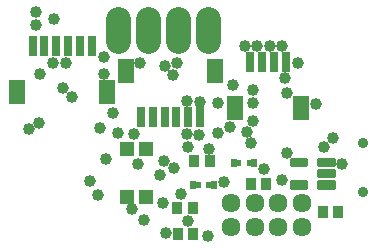
<source format=gbr>
G04 EAGLE Gerber RS-274X export*
G75*
%MOMM*%
%FSLAX34Y34*%
%LPD*%
%INSoldermask Top*%
%IPPOS*%
%AMOC8*
5,1,8,0,0,1.08239X$1,22.5*%
G01*
%ADD10C,2.082800*%
%ADD11R,0.553200X0.553200*%
%ADD12R,0.375000X0.350000*%
%ADD13R,0.500000X0.800000*%
%ADD14R,0.350000X0.350000*%
%ADD15C,0.344606*%
%ADD16R,0.803200X1.703200*%
%ADD17R,1.403200X2.003200*%
%ADD18C,1.611200*%
%ADD19R,1.203200X1.203200*%
%ADD20R,0.903200X1.103200*%
%ADD21C,0.903200*%
%ADD22C,1.009600*%


D10*
X368204Y429793D02*
X368204Y448589D01*
X393604Y448589D02*
X393604Y429793D01*
X419004Y429793D02*
X419004Y448589D01*
X444404Y448589D02*
X444404Y429793D01*
D11*
X435164Y308491D03*
X445164Y308491D03*
D12*
X445289Y308491D03*
D13*
X448914Y308491D03*
X431414Y308491D03*
D14*
X435164Y308491D03*
D11*
X479505Y327134D03*
X469505Y327134D03*
D12*
X469380Y327134D03*
D13*
X465755Y327134D03*
X483255Y327134D03*
D14*
X479505Y327134D03*
D15*
X538185Y310371D02*
X550671Y310371D01*
X550671Y305985D01*
X538185Y305985D01*
X538185Y310371D01*
X538185Y309259D02*
X550671Y309259D01*
X550671Y319871D02*
X538185Y319871D01*
X550671Y319871D02*
X550671Y315485D01*
X538185Y315485D01*
X538185Y319871D01*
X538185Y318759D02*
X550671Y318759D01*
X550671Y329371D02*
X538185Y329371D01*
X550671Y329371D02*
X550671Y324985D01*
X538185Y324985D01*
X538185Y329371D01*
X538185Y328259D02*
X550671Y328259D01*
X527371Y329371D02*
X514885Y329371D01*
X527371Y329371D02*
X527371Y324985D01*
X514885Y324985D01*
X514885Y329371D01*
X514885Y328259D02*
X527371Y328259D01*
X527371Y310371D02*
X514885Y310371D01*
X527371Y310371D02*
X527371Y305985D01*
X514885Y305985D01*
X514885Y310371D01*
X514885Y309259D02*
X527371Y309259D01*
D16*
X295543Y425972D03*
X305543Y425972D03*
X315543Y425972D03*
X325543Y425972D03*
X335543Y425972D03*
X345543Y425972D03*
D17*
X282543Y386972D03*
X358543Y386972D03*
D16*
X479751Y412369D03*
X489751Y412369D03*
X499751Y412369D03*
X509751Y412369D03*
D17*
X466751Y373369D03*
X522751Y373369D03*
D18*
X463525Y272730D03*
X463525Y292730D03*
X483525Y272730D03*
X483525Y292730D03*
X503525Y272730D03*
X503525Y292730D03*
X523525Y272730D03*
X523525Y292730D03*
D16*
X437194Y365287D03*
X427194Y365287D03*
X417194Y365287D03*
X407194Y365287D03*
X397194Y365287D03*
X387194Y365287D03*
D17*
X450194Y404287D03*
X374194Y404287D03*
D19*
X391624Y298287D03*
X375624Y298287D03*
X375624Y338287D03*
X391624Y338287D03*
D20*
X432318Y328701D03*
X445318Y328701D03*
X493474Y308699D03*
X480474Y308699D03*
X418518Y266736D03*
X431518Y266736D03*
X417949Y288239D03*
X430949Y288239D03*
X541086Y285626D03*
X554086Y285626D03*
D21*
X575177Y343541D03*
X575177Y302041D03*
D22*
X482500Y388750D03*
X511250Y386250D03*
X352500Y356250D03*
X344051Y311683D03*
X550000Y347500D03*
X408750Y267500D03*
X535498Y376782D03*
X482500Y377500D03*
X406250Y292500D03*
X321250Y390000D03*
X481977Y362119D03*
X414748Y401267D03*
X328750Y382500D03*
X390000Y278750D03*
X542500Y340000D03*
X520000Y411250D03*
X427500Y277500D03*
X356250Y416250D03*
X357985Y330037D03*
X421349Y300281D03*
X480774Y343371D03*
X313597Y448948D03*
X292353Y355134D03*
X379395Y288118D03*
X302087Y401956D03*
X407617Y408447D03*
X506731Y425927D03*
X363750Y368750D03*
X491848Y321915D03*
X511030Y334952D03*
X443855Y264825D03*
X415331Y322123D03*
X452500Y352500D03*
X485747Y426004D03*
X298750Y455000D03*
X350794Y300012D03*
X301207Y360559D03*
X462500Y357500D03*
X509431Y398450D03*
X406508Y328333D03*
X475297Y426121D03*
X403750Y316250D03*
X385000Y326250D03*
X436390Y350632D03*
X381250Y351250D03*
X506870Y312569D03*
X367500Y352500D03*
X386335Y411602D03*
X465000Y392500D03*
X496289Y425925D03*
X356250Y402500D03*
X452500Y377500D03*
X426250Y351250D03*
X426250Y378893D03*
X437053Y378748D03*
X417500Y411250D03*
X427500Y340000D03*
X557500Y326250D03*
X323714Y411409D03*
X444832Y338906D03*
X457787Y310256D03*
X298544Y443885D03*
X476812Y353013D03*
X312500Y411250D03*
M02*

</source>
